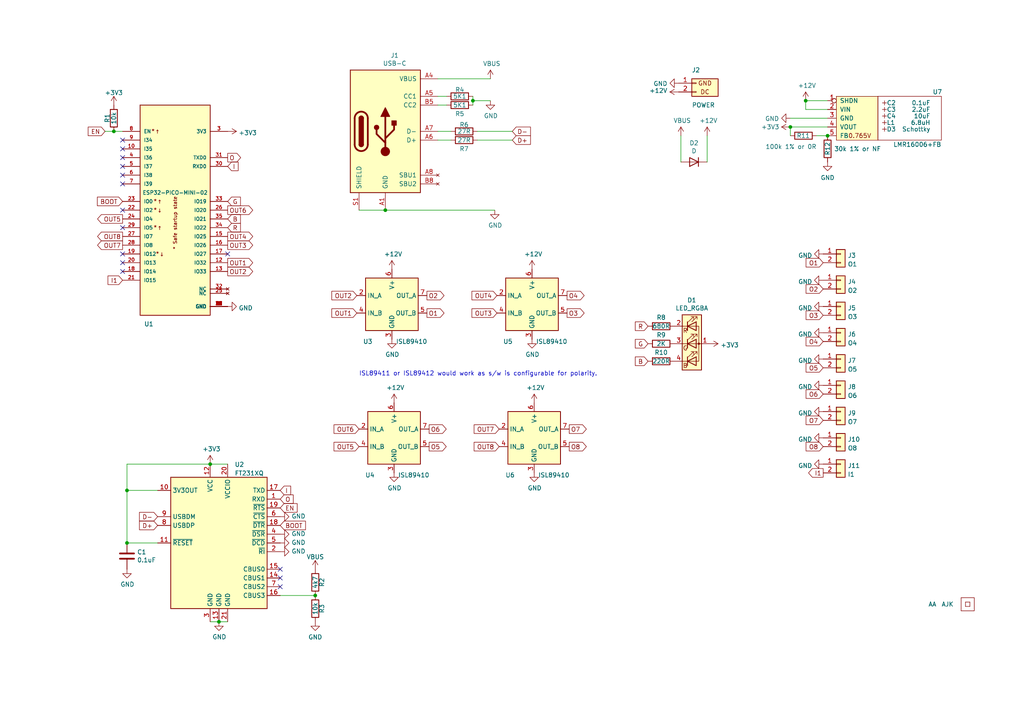
<source format=kicad_sch>
(kicad_sch (version 20211123) (generator eeschema)
  (paper "A4")
  (title_block (title "Output board (8)") (date "${DATE}") (rev "1") (company "Adrian Kennard Andrews & Arnold Ltd") (comment 1 "@TheRealRevK") (comment 2 "www.me.uk"))
  (lib_symbols
    (symbol "Connector_Generic:Conn_01x02" (pin_names (offset 1.016) hide)
      (property "Reference" "J" (at 0 2.54 0))
      (property "Value" "Conn_01x02" (at 0 -5.08 0))
      (symbol "Conn_01x02_1_1"
        (rectangle (start -1.27 -2.413) (end 0 -2.667) (stroke (width 0.1524)))
        (rectangle (start -1.27 0.127) (end 0 -0.127) (stroke (width 0.1524)))
        (rectangle (start -1.27 1.27) (end 1.27 -3.81) (stroke (width 0.254)) (fill (type background)))
        (pin passive line (at -5.08 0 0) (length 3.81) (name "Pin_1") (number "1"))
        (pin passive line (at -5.08 -2.54 0) (length 3.81) (name "Pin_2") (number "2"))
      )
    )
    (symbol "Device:C" (pin_numbers hide) (pin_names (offset 0.254))
      (property "Reference" "C" (at 0.635 2.54 0))
      (property "Value" "C" (at 0.635 -2.54 0))
      (symbol "C_0_1"
        (polyline (pts (xy -2.032 -0.762) (xy 2.032 -0.762)) (stroke (width 0.508)))
        (polyline (pts (xy -2.032 0.762) (xy 2.032 0.762)) (stroke (width 0.508)))
      )
      (symbol "C_1_1"
        (pin passive line (at 0 3.81 270) (length 2.794) (name "~") (number "1"))
        (pin passive line (at 0 -3.81 90) (length 2.794) (name "~") (number "2"))
      )
    )
    (symbol "Device:D" (pin_numbers hide) (pin_names (offset 1.016) hide)
      (property "Reference" "D" (at 0 2.54 0))
      (property "Value" "D" (at 0 -2.54 0))
      (symbol "D_0_1"
        (polyline (pts (xy -1.27 1.27) (xy -1.27 -1.27)) (stroke (width 0.254)))
        (polyline (pts (xy 1.27 0) (xy -1.27 0)))
        (polyline (pts (xy 1.27 1.27) (xy 1.27 -1.27) (xy -1.27 0) (xy 1.27 1.27)) (stroke (width 0.254)))
      )
      (symbol "D_1_1"
        (pin passive line (at -3.81 0 0) (length 2.54) (name "K") (number "1"))
        (pin passive line (at 3.81 0 180) (length 2.54) (name "A") (number "2"))
      )
    )
    (symbol "Device:LED_ARGB" (pin_names (offset 0) hide)
      (property "Reference" "D" (at 0 9.398 0))
      (property "Value" "LED_ARGB" (at 0 -8.89 0))
      (symbol "LED_ARGB_0_0"
        (text "B" (at -1.905 -6.35 0) (effects (font (size 1.27 1.27))))
        (text "G" (at -1.905 -1.27 0) (effects (font (size 1.27 1.27))))
        (text "R" (at -1.905 3.81 0) (effects (font (size 1.27 1.27))))
      )
      (symbol "LED_ARGB_0_1"
        (polyline (pts (xy -1.27 -5.08) (xy -2.54 -5.08)))
        (polyline (pts (xy -1.27 -5.08) (xy 1.27 -5.08)))
        (polyline (pts (xy -1.27 -3.81) (xy -1.27 -6.35)) (stroke (width 0.254)))
        (polyline (pts (xy -1.27 0) (xy -2.54 0)))
        (polyline (pts (xy -1.27 1.27) (xy -1.27 -1.27)) (stroke (width 0.254)))
        (polyline (pts (xy -1.27 5.08) (xy -2.54 5.08)))
        (polyline (pts (xy -1.27 5.08) (xy 1.27 5.08)))
        (polyline (pts (xy -1.27 6.35) (xy -1.27 3.81)) (stroke (width 0.254)))
        (polyline (pts (xy 1.27 0) (xy -1.27 0)))
        (polyline (pts (xy 1.27 0) (xy 2.54 0)))
        (polyline (pts (xy -1.27 1.27) (xy -1.27 -1.27) (xy -1.27 -1.27)))
        (polyline (pts (xy -1.27 6.35) (xy -1.27 3.81) (xy -1.27 3.81)))
        (polyline (pts (xy 1.27 -5.08) (xy 2.032 -5.08) (xy 2.032 5.08) (xy 1.27 5.08)))
        (polyline (pts (xy 1.27 -3.81) (xy 1.27 -6.35) (xy -1.27 -5.08) (xy 1.27 -3.81)) (stroke (width 0.254)))
        (polyline (pts (xy 1.27 1.27) (xy 1.27 -1.27) (xy -1.27 0) (xy 1.27 1.27)) (stroke (width 0.254)))
        (polyline (pts (xy 1.27 6.35) (xy 1.27 3.81) (xy -1.27 5.08) (xy 1.27 6.35)) (stroke (width 0.254)))
        (polyline (pts (xy -1.016 -3.81) (xy 0.508 -2.286) (xy -0.254 -2.286) (xy 0.508 -2.286) (xy 0.508 -3.048)))
        (polyline (pts (xy -1.016 1.27) (xy 0.508 2.794) (xy -0.254 2.794) (xy 0.508 2.794) (xy 0.508 2.032)))
        (polyline (pts (xy -1.016 6.35) (xy 0.508 7.874) (xy -0.254 7.874) (xy 0.508 7.874) (xy 0.508 7.112)))
        (polyline (pts (xy 0 -3.81) (xy 1.524 -2.286) (xy 0.762 -2.286) (xy 1.524 -2.286) (xy 1.524 -3.048)))
        (polyline (pts (xy 0 1.27) (xy 1.524 2.794) (xy 0.762 2.794) (xy 1.524 2.794) (xy 1.524 2.032)))
        (polyline (pts (xy 0 6.35) (xy 1.524 7.874) (xy 0.762 7.874) (xy 1.524 7.874) (xy 1.524 7.112)))
        (rectangle (start 1.27 -1.27) (end 1.27 1.27))
        (rectangle (start 1.27 1.27) (end 1.27 1.27))
        (rectangle (start 1.27 3.81) (end 1.27 6.35))
        (rectangle (start 1.27 6.35) (end 1.27 6.35))
        (circle (center 2.032 0) (radius 0.254) (fill (type outline)))
        (rectangle (start 2.794 8.382) (end -2.794 -7.62) (stroke (width 0.254)) (fill (type background)))
      )
      (symbol "LED_ARGB_1_1"
        (pin passive line (at 5.08 0 180) (length 2.54) (name "A") (number "1"))
        (pin passive line (at -5.08 5.08 0) (length 2.54) (name "RK") (number "2"))
        (pin passive line (at -5.08 0 0) (length 2.54) (name "GK") (number "3"))
        (pin passive line (at -5.08 -5.08 0) (length 2.54) (name "BK") (number "4"))
      )
    )
    (symbol "Device:R" (pin_numbers hide) (pin_names (offset 0))
      (property "Reference" "R" (at 2.032 0 90))
      (property "Value" "R" (at 0 0 90))
      (symbol "R_0_1"
        (rectangle (start -1.016 -2.54) (end 1.016 2.54) (stroke (width 0.254)))
      )
      (symbol "R_1_1"
        (pin passive line (at 0 3.81 270) (length 1.27) (name "~") (number "1"))
        (pin passive line (at 0 -3.81 90) (length 1.27) (name "~") (number "2"))
      )
    )
    (symbol "Driver_FET:EL7202CN"
      (property "Reference" "U" (at -7.62 8.89 0))
      (property "Value" "EL7202CN" (at 1.27 8.89 0))
      (symbol "EL7202CN_0_1"
        (rectangle (start -7.62 -7.62) (end 7.62 7.62) (stroke (width 0.254)) (fill (type background)))
      )
      (symbol "EL7202CN_1_1"
        (pin no_connect line (at -7.62 0 0) (length 2.54) hide (name "NC") (number "1"))
        (pin input line (at -10.16 2.54 0) (length 2.54) (name "IN_A") (number "2"))
        (pin power_in line (at 0 -10.16 90) (length 2.54) (name "GND") (number "3"))
        (pin input line (at -10.16 -2.54 0) (length 2.54) (name "IN_B") (number "4"))
        (pin output line (at 10.16 -2.54 180) (length 2.54) (name "OUT_B") (number "5"))
        (pin power_in line (at 0 10.16 270) (length 2.54) (name "V+") (number "6"))
        (pin output line (at 10.16 2.54 180) (length 2.54) (name "OUT_A") (number "7"))
        (pin no_connect line (at 7.62 0 180) (length 2.54) hide (name "NC") (number "8"))
      )
    )
    (symbol "RevK:AA" (pin_names (offset 1.016)) (in_bom no)
      (property "Value" "AA" (at 0 0 0))
    )
    (symbol "RevK:AJK" (pin_names (offset 1.016)) (in_bom no)
      (property "Value" "AJK" (at 0 0 0))
    )
    (symbol "RevK:ESP32-PICO-MINI-02" (pin_names (offset 1.016))
      (property "Reference" "U" (at -10.16 -33.02 0))
      (property "Value" "ESP32-PICO-MINI-02" (at 0 27.94 0))
      (symbol "ESP32-PICO-MINI-02_0_0"
        (rectangle (start -10.16 -30.48) (end 10.16 30.48) (stroke (width 0.254)) (fill (type background)))
        (text "* Safe startup state" (at 0 -11.43 900) (effects (font (size 1 1)) (justify left)))
        (text "*↑" (at -6.985 22.86 0) (effects (font (size 1.27 1.27)) (justify left)))
        (text "*↑" (at -6.35 -5.08 0) (effects (font (size 1.27 1.27)) (justify left)))
        (text "*↑" (at -6.35 2.54 0) (effects (font (size 1.27 1.27)) (justify left)))
        (text "*↓" (at -6.35 0 0) (effects (font (size 1.27 1.27)) (justify left)))
        (text "*↓" (at -5.715 -12.7 0) (effects (font (size 1.27 1.27)) (justify left)))
        (pin power_in line (at 15.24 -27.94 180) (length 5.08) (name "GND") (number "1"))
        (pin input line (at -15.24 17.78 0) (length 5.08) (name "I35") (number "10"))
        (pin power_in line (at 15.24 -27.94 180) (length 5.08) (name "GND") (number "11"))
        (pin bidirectional line (at 15.24 -15.24 180) (length 5.08) (name "IO32") (number "12"))
        (pin bidirectional line (at 15.24 -17.78 180) (length 5.08) (name "IO33") (number "13"))
        (pin power_in line (at 15.24 -27.94 180) (length 5.08) (name "GND") (number "14"))
        (pin bidirectional line (at 15.24 -7.62 180) (length 5.08) (name "IO25") (number "15"))
        (pin bidirectional line (at 15.24 -10.16 180) (length 5.08) (name "IO26") (number "16"))
        (pin bidirectional line (at 15.24 -12.7 180) (length 5.08) (name "IO27") (number "17"))
        (pin bidirectional line (at -15.24 -17.78 0) (length 5.08) (name "IO14") (number "18"))
        (pin bidirectional line (at -15.24 -12.7 0) (length 5.08) (name "IO12") (number "19"))
        (pin power_in line (at 15.24 -27.94 180) (length 5.08) (name "GND") (number "2"))
        (pin bidirectional line (at -15.24 -15.24 0) (length 5.08) (name "IO13") (number "20"))
        (pin bidirectional line (at -15.24 -20.32 0) (length 5.08) (name "IO15") (number "21"))
        (pin bidirectional line (at -15.24 0 0) (length 5.08) (name "IO2") (number "22"))
        (pin bidirectional line (at -15.24 2.54 0) (length 5.08) (name "IO0") (number "23"))
        (pin bidirectional line (at -15.24 -2.54 0) (length 5.08) (name "IO4") (number "24"))
        (pin no_connect line (at 15.24 -24.13 180) (length 5.08) (name "NC") (number "25"))
        (pin bidirectional line (at 15.24 0 180) (length 5.08) (name "IO20") (number "26"))
        (pin bidirectional line (at -15.24 -7.62 0) (length 5.08) (name "IO7") (number "27"))
        (pin bidirectional line (at -15.24 -10.16 0) (length 5.08) (name "IO8") (number "28"))
        (pin bidirectional line (at -15.24 -5.08 0) (length 5.08) (name "IO5") (number "29"))
        (pin power_in line (at 15.24 22.86 180) (length 5.08) (name "3V3") (number "3"))
        (pin bidirectional line (at 15.24 12.7 180) (length 5.08) (name "RXD0") (number "30"))
        (pin bidirectional line (at 15.24 15.24 180) (length 5.08) (name "TXD0") (number "31"))
        (pin no_connect line (at 15.24 -22.86 180) (length 5.08) (name "NC") (number "32"))
        (pin bidirectional line (at 15.24 2.54 180) (length 5.08) (name "IO19") (number "33"))
        (pin bidirectional line (at 15.24 -5.08 180) (length 5.08) (name "IO22") (number "34"))
        (pin bidirectional line (at 15.24 -2.54 180) (length 5.08) (name "IO21") (number "35"))
        (pin power_in line (at 15.24 -27.94 180) (length 5.08) (name "GND") (number "36"))
        (pin power_in line (at 15.24 -27.94 180) (length 5.08) (name "GND") (number "37"))
        (pin power_in line (at 15.24 -27.94 180) (length 5.08) (name "GND") (number "38"))
        (pin power_in line (at 15.24 -27.94 180) (length 5.08) (name "GND") (number "39"))
        (pin input line (at -15.24 15.24 0) (length 5.08) (name "I36") (number "4"))
        (pin power_in line (at 15.24 -27.94 180) (length 5.08) (name "GND") (number "40"))
        (pin power_in line (at 15.24 -27.94 180) (length 5.08) (name "GND") (number "41"))
        (pin power_in line (at 15.24 -27.94 180) (length 5.08) (name "GND") (number "42"))
        (pin power_in line (at 15.24 -27.94 180) (length 5.08) (name "GND") (number "43"))
        (pin power_in line (at 15.24 -27.94 180) (length 5.08) (name "GND") (number "44"))
        (pin power_in line (at 15.24 -27.94 180) (length 5.08) (name "GND") (number "45"))
        (pin power_in line (at 15.24 -27.94 180) (length 5.08) (name "GND") (number "46"))
        (pin power_in line (at 15.24 -27.94 180) (length 5.08) (name "GND") (number "47"))
        (pin power_in line (at 15.24 -27.94 180) (length 5.08) (name "GND") (number "48"))
        (pin power_in line (at 15.24 -27.94 180) (length 5.08) (name "GND") (number "49"))
        (pin input line (at -15.24 12.7 0) (length 5.08) (name "I37") (number "5"))
        (pin power_in line (at 15.24 -27.94 180) (length 5.08) (name "GND") (number "50"))
        (pin power_in line (at 15.24 -27.94 180) (length 5.08) (name "GND") (number "51"))
        (pin power_in line (at 15.24 -27.94 180) (length 5.08) (name "GND") (number "52"))
        (pin power_in line (at 15.24 -27.94 180) (length 5.08) (name "GND") (number "53"))
        (pin input line (at -15.24 10.16 0) (length 5.08) (name "I38") (number "6"))
        (pin input line (at -15.24 7.62 0) (length 5.08) (name "I39") (number "7"))
        (pin input line (at -15.24 22.86 0) (length 5.08) (name "EN") (number "8"))
        (pin input line (at -15.24 20.32 0) (length 5.08) (name "I34") (number "9"))
      )
    )
    (symbol "RevK:FT231XQ"
      (property "Reference" "U" (at -13.97 20.32 0))
      (property "Value" "FT231XQ" (at 6.35 20.32 0))
      (symbol "FT231XQ_0_1"
        (rectangle (start -13.97 19.05) (end 13.97 -19.05) (stroke (width 0.254)) (fill (type background)))
      )
      (symbol "FT231XQ_1_1"
        (pin input line (at 17.78 12.7 180) (length 3.81) (name "RXD") (number "1"))
        (pin passive line (at -17.78 15.24 0) (length 3.81) (name "3V3OUT") (number "10"))
        (pin input line (at -17.78 0 0) (length 3.81) (name "~{RESET}") (number "11"))
        (pin power_in line (at -2.54 22.86 270) (length 3.81) (name "VCC") (number "12"))
        (pin power_in line (at 0 -22.86 90) (length 3.81) (name "GND") (number "13"))
        (pin bidirectional line (at 17.78 -10.16 180) (length 3.81) (name "CBUS1") (number "14"))
        (pin bidirectional line (at 17.78 -7.62 180) (length 3.81) (name "CBUS0") (number "15"))
        (pin bidirectional line (at 17.78 -15.24 180) (length 3.81) (name "CBUS3") (number "16"))
        (pin output line (at 17.78 15.24 180) (length 3.81) (name "TXD") (number "17"))
        (pin output line (at 17.78 5.08 180) (length 3.81) (name "~{DTR}") (number "18"))
        (pin output line (at 17.78 10.16 180) (length 3.81) (name "~{RTS}") (number "19"))
        (pin input line (at 17.78 -2.54 180) (length 3.81) (name "~{RI}") (number "2"))
        (pin power_in line (at 2.54 22.86 270) (length 3.81) (name "VCCIO") (number "20"))
        (pin power_in line (at 2.54 -22.86 90) (length 3.81) (name "GND") (number "21"))
        (pin power_in line (at -2.54 -22.86 90) (length 3.81) (name "GND") (number "3"))
        (pin input line (at 17.78 2.54 180) (length 3.81) (name "~{DSR}") (number "4"))
        (pin input line (at 17.78 0 180) (length 3.81) (name "~{DCD}") (number "5"))
        (pin input line (at 17.78 7.62 180) (length 3.81) (name "~{CTS}") (number "6"))
        (pin bidirectional line (at 17.78 -12.7 180) (length 3.81) (name "CBUS2") (number "7"))
        (pin bidirectional line (at -17.78 5.08 0) (length 3.81) (name "USBDP") (number "8"))
        (pin bidirectional line (at -17.78 7.62 0) (length 3.81) (name "USBDM") (number "9"))
      )
    )
    (symbol "RevK:Hidden" (pin_names (offset 1.016))
      (property "Reference" "Z" (at 0.635 0 0))
      (property "Value" "Hidden" (at 4.445 0 0))
      (symbol "Hidden_0_1"
        (polyline (pts (xy -0.635 0) (xy 0.635 0)) (stroke (width 0.1524)))
        (polyline (pts (xy 0 0.635) (xy 0 -0.635)) (stroke (width 0.1524)))
      )
      (symbol "Hidden_1_1"
        (pin no_connect non_logic (at 0 -2.54 90) (length 2.54) hide (name "~") (number "~"))
      )
    )
    (symbol "RevK:LMR16006+FB" (pin_names (offset 1.016))
      (property "Reference" "U" (at 11.43 2.54 0))
      (property "Value" "LMR16006+FB" (at 7.62 -12.7 0))
      (symbol "LMR16006+FB_0_0"
        (rectangle (start 2.54 1.27) (end 14.605 -11.43) (fill (type background)))
        (text "0.765V" (at 12.7 -10.16 0) (effects (font (size 1.27 1.27)) (justify right)))
      )
      (symbol "LMR16006+FB_0_1"
        (rectangle (start 14.605 1.27) (end 33.02 -11.43))
      )
      (symbol "LMR16006+FB_1_1"
        (pin input inverted (at 0 0 0) (length 2.54) (name "SHDN") (number "1"))
        (pin power_in line (at 0 -2.54 0) (length 2.54) (name "VIN") (number "2"))
        (pin power_in line (at 0 -5.08 0) (length 2.54) (name "GND") (number "3"))
        (pin power_out line (at 0 -7.62 0) (length 2.54) (name "VOUT") (number "4"))
        (pin passive line (at 0 -10.16 0) (length 2.54) (name "FB") (number "5"))
      )
    )
    (symbol "RevK:PowerIn" (pin_names (offset 1.016) hide)
      (property "Reference" "J" (at 0 2.54 0))
      (property "Value" "PowerIn" (at 2.54 -5.08 0))
      (symbol "PowerIn_0_0"
        (text "DC" (at 2.54 -2.54 0) (effects (font (size 1.27 1.27))))
        (text "GND" (at 2.54 0 0) (effects (font (size 1.27 1.27))))
      )
      (symbol "PowerIn_1_1"
        (rectangle (start -1.27 -2.413) (end 0 -2.667) (stroke (width 0.1524)))
        (rectangle (start -1.27 0.127) (end 0 -0.127) (stroke (width 0.1524)))
        (rectangle (start -1.27 1.27) (end 6.35 -3.81) (stroke (width 0.254)) (fill (type background)))
        (pin power_in line (at -5.08 0 0) (length 3.81) (name "GND") (number "1"))
        (pin power_out line (at -5.08 -2.54 0) (length 3.81) (name "DC") (number "2"))
      )
    )
    (symbol "RevK:QR" (pin_names (offset 1.016)) (in_bom no)
      (symbol "QR_0_1"
        (rectangle (start -1.905 -1.905) (end -1.905 1.905))
        (rectangle (start -1.905 1.905) (end 1.905 1.905))
        (rectangle (start -0.635 -0.635) (end -0.635 0.635))
        (rectangle (start -0.635 0.635) (end 0.635 0.635))
        (rectangle (start 0.635 -0.635) (end -0.635 -0.635))
        (rectangle (start 0.635 0.635) (end 0.635 -0.635))
        (rectangle (start 1.905 -1.905) (end -1.905 -1.905))
        (rectangle (start 1.905 1.905) (end 1.905 -1.905))
      )
    )
    (symbol "RevK:USB-C" (pin_names (offset 1.016))
      (property "Reference" "J" (at -10.16 19.05 0))
      (property "Value" "USB-C" (at -7.62 15.24 0))
      (symbol "USB-C_0_1"
        (rectangle (start -10.16 17.78) (end 10.16 -17.78) (stroke (width 0.254)) (fill (type background)))
        (arc (start -8.89 -3.81) (mid -6.985 -5.715) (end -5.08 -3.81) (stroke (width 0.508)))
        (arc (start -7.62 -3.81) (mid -6.985 -4.445) (end -6.35 -3.81) (stroke (width 0.254)))
        (arc (start -7.62 -3.81) (mid -6.985 -4.445) (end -6.35 -3.81) (stroke (width 0.254)) (fill (type outline)))
        (rectangle (start -7.62 -3.81) (end -6.35 3.81) (stroke (width 0.254)) (fill (type outline)))
        (arc (start -6.35 3.81) (mid -6.985 4.445) (end -7.62 3.81) (stroke (width 0.254)))
        (arc (start -6.35 3.81) (mid -6.985 4.445) (end -7.62 3.81) (stroke (width 0.254)) (fill (type outline)))
        (arc (start -5.08 3.81) (mid -6.985 5.715) (end -8.89 3.81) (stroke (width 0.508)))
        (circle (center -2.54 1.143) (radius 0.635) (stroke (width 0.254)) (fill (type outline)))
        (circle (center 0 -5.842) (radius 1.27) (fill (type outline)))
        (polyline (pts (xy -8.89 -3.81) (xy -8.89 3.81)) (stroke (width 0.508)))
        (polyline (pts (xy -5.08 3.81) (xy -5.08 -3.81)) (stroke (width 0.508)))
        (polyline (pts (xy 0 -5.842) (xy 0 4.318)) (stroke (width 0.508)))
        (polyline (pts (xy 0 -3.302) (xy -2.54 -0.762) (xy -2.54 0.508)) (stroke (width 0.508)))
        (polyline (pts (xy 0 -2.032) (xy 2.54 0.508) (xy 2.54 1.778)) (stroke (width 0.508)))
        (polyline (pts (xy -1.27 4.318) (xy 0 6.858) (xy 1.27 4.318) (xy -1.27 4.318)) (stroke (width 0.254)) (fill (type outline)))
        (rectangle (start 1.905 1.778) (end 3.175 3.048) (stroke (width 0.254)) (fill (type outline)))
      )
      (symbol "USB-C_1_1"
        (pin power_out line (at 0 -22.86 90) (length 5.08) (name "GND") (number "A1"))
        (pin passive line (at 0 -22.86 90) (length 5.08) hide (name "GND") (number "A12"))
        (pin power_out line (at 15.24 15.24 180) (length 5.08) (name "VBUS") (number "A4"))
        (pin bidirectional line (at 15.24 10.16 180) (length 5.08) (name "CC1") (number "A5"))
        (pin bidirectional line (at 15.24 -2.54 180) (length 5.08) (name "D+") (number "A6"))
        (pin bidirectional line (at 15.24 0 180) (length 5.08) (name "D-") (number "A7"))
        (pin no_connect line (at 15.24 -12.7 180) (length 5.08) (name "SBU1") (number "A8"))
        (pin passive line (at 15.24 15.24 180) (length 5.08) hide (name "VBUS") (number "A9"))
        (pin passive line (at 0 -22.86 90) (length 5.08) hide (name "GND") (number "B1"))
        (pin passive line (at 0 -22.86 90) (length 5.08) hide (name "GND") (number "B12"))
        (pin passive line (at 15.24 15.24 180) (length 5.08) hide (name "VBUS") (number "B4"))
        (pin bidirectional line (at 15.24 7.62 180) (length 5.08) (name "CC2") (number "B5"))
        (pin bidirectional line (at 15.24 -2.54 180) (length 5.08) hide (name "D+") (number "B6"))
        (pin bidirectional line (at 15.24 0 180) (length 5.08) hide (name "D-") (number "B7"))
        (pin no_connect line (at 15.24 -15.24 180) (length 5.08) (name "SBU2") (number "B8"))
        (pin passive line (at 15.24 15.24 180) (length 5.08) hide (name "VBUS") (number "B9"))
        (pin passive line (at -7.62 -22.86 90) (length 5.08) (name "SHIELD") (number "S1"))
      )
    )
    (symbol "power:+12V" (power) (pin_names (offset 0))
      (property "Value" "+12V" (at 0 3.556 0))
      (symbol "+12V_0_1"
        (polyline (pts (xy -0.762 1.27) (xy 0 2.54)))
        (polyline (pts (xy 0 0) (xy 0 2.54)))
        (polyline (pts (xy 0 2.54) (xy 0.762 1.27)))
      )
      (symbol "+12V_1_1"
        (pin power_in line (at 0 0 90) (length 0) hide (name "+12V") (number "1"))
      )
    )
    (symbol "power:+3.3V" (power) (pin_names (offset 0))
      (property "Value" "+3.3V" (at 0 3.556 0))
      (symbol "+3.3V_0_1"
        (polyline (pts (xy -0.762 1.27) (xy 0 2.54)))
        (polyline (pts (xy 0 0) (xy 0 2.54)))
        (polyline (pts (xy 0 2.54) (xy 0.762 1.27)))
      )
      (symbol "+3.3V_1_1"
        (pin power_in line (at 0 0 90) (length 0) hide (name "+3V3") (number "1"))
      )
    )
    (symbol "power:GND" (power) (pin_names (offset 0))
      (property "Value" "GND" (at 0 -3.81 0))
      (symbol "GND_0_1"
        (polyline (pts (xy 0 0) (xy 0 -1.27) (xy 1.27 -1.27) (xy 0 -2.54) (xy -1.27 -1.27) (xy 0 -1.27)))
      )
      (symbol "GND_1_1"
        (pin power_in line (at 0 0 270) (length 0) hide (name "GND") (number "1"))
      )
    )
    (symbol "power:VBUS" (power) (pin_names (offset 0))
      (property "Value" "VBUS" (at 0 3.81 0))
      (symbol "VBUS_0_1"
        (polyline (pts (xy -0.762 1.27) (xy 0 2.54)))
        (polyline (pts (xy 0 0) (xy 0 2.54)))
        (polyline (pts (xy 0 2.54) (xy 0.762 1.27)))
      )
      (symbol "VBUS_1_1"
        (pin power_in line (at 0 0 90) (length 0) hide (name "VBUS") (number "1"))
      )
    )
  )
  (junction (at 111.76 60.96))
  (junction (at 240.03 39.37))
  (junction (at 36.83 157.48))
  (junction (at 36.83 142.24))
  (junction (at 63.5 180.34))
  (junction (at 60.96 134.62))
  (junction (at 233.68 29.21))
  (junction (at 91.44 172.72))
  (junction (at 229.235 36.83))
  (junction (at 33.02 38.1))
  (junction (at 137.16 29.21))
  (no_connect (at 81.28 165.1))
  (no_connect (at 81.28 170.18))
  (no_connect (at 35.56 66.04))
  (no_connect (at 35.56 60.96))
  (no_connect (at 35.56 73.66))
  (no_connect (at 35.56 53.34))
  (no_connect (at 35.56 48.26))
  (no_connect (at 35.56 45.72))
  (no_connect (at 35.56 50.8))
  (no_connect (at 35.56 40.64))
  (no_connect (at 35.56 43.18))
  (no_connect (at 81.28 167.64))
  (no_connect (at 66.04 73.66))
  (no_connect (at 35.56 76.2))
  (no_connect (at 35.56 78.74))
  (wire (pts (xy 127 30.48) (xy 129.54 30.48)))
  (wire (pts (xy 233.68 29.21) (xy 233.68 31.75)))
  (wire (pts (xy 229.235 34.29) (xy 240.03 34.29)))
  (wire (pts (xy 81.28 172.72) (xy 91.44 172.72)))
  (wire (pts (xy 137.16 29.21) (xy 137.16 30.48)))
  (wire (pts (xy 33.02 38.1) (xy 35.56 38.1)))
  (wire (pts (xy 205.105 46.99) (xy 205.105 39.37)))
  (wire (pts (xy 45.72 157.48) (xy 36.83 157.48)))
  (wire (pts (xy 60.96 180.34) (xy 63.5 180.34)))
  (wire (pts (xy 137.16 27.94) (xy 137.16 29.21)))
  (wire (pts (xy 36.83 134.62) (xy 60.96 134.62)))
  (wire (pts (xy 30.48 38.1) (xy 33.02 38.1)))
  (wire (pts (xy 229.235 36.83) (xy 240.03 36.83)))
  (wire (pts (xy 233.68 31.75) (xy 240.03 31.75)))
  (wire (pts (xy 63.5 180.34) (xy 66.04 180.34)))
  (wire (pts (xy 229.235 36.83) (xy 229.235 39.37)))
  (wire (pts (xy 104.14 60.96) (xy 111.76 60.96)))
  (wire (pts (xy 36.83 142.24) (xy 45.72 142.24)))
  (wire (pts (xy 127 22.86) (xy 142.24 22.86)))
  (wire (pts (xy 36.83 157.48) (xy 36.83 142.24)))
  (wire (pts (xy 197.485 46.99) (xy 197.485 39.37)))
  (wire (pts (xy 138.43 40.64) (xy 148.59 40.64)))
  (wire (pts (xy 111.76 60.96) (xy 143.51 60.96)))
  (wire (pts (xy 127 40.64) (xy 130.81 40.64)))
  (wire (pts (xy 127 38.1) (xy 130.81 38.1)))
  (wire (pts (xy 142.24 29.21) (xy 137.16 29.21)))
  (wire (pts (xy 233.68 29.21) (xy 240.03 29.21)))
  (wire (pts (xy 36.83 142.24) (xy 36.83 134.62)))
  (wire (pts (xy 66.04 134.62) (xy 60.96 134.62)))
  (wire (pts (xy 138.43 38.1) (xy 148.59 38.1)))
  (wire (pts (xy 127 27.94) (xy 129.54 27.94)))
  (wire (pts (xy 236.855 39.37) (xy 240.03 39.37)))
  (text "ISL89411 or ISL89412 would work as s/w is configurable for polarity." (at 104.14 109.22 0) (effects (font (size 1.27 1.27)) (justify left bottom)))
  (global_label "OUT8" (shape output) (at 35.56 68.58 180) (property "Intersheet References" "${INTERSHEET_REFS}" (effects hide)))
  (global_label "OUT7" (shape input) (at 144.78 124.46 180) (property "Intersheet References" "${INTERSHEET_REFS}" (effects hide)))
  (global_label "O5" (shape input) (at 238.76 106.68 180) (property "Intersheet References" "${INTERSHEET_REFS}" (effects hide)))
  (global_label "O6" (shape input) (at 238.76 114.3 180) (property "Intersheet References" "${INTERSHEET_REFS}" (effects hide)))
  (global_label "OUT1" (shape input) (at 103.505 90.805 180) (property "Intersheet References" "${INTERSHEET_REFS}" (effects hide)))
  (global_label "R" (shape input) (at 66.04 66.04 0) (property "Intersheet References" "${INTERSHEET_REFS}" (effects hide)))
  (global_label "B" (shape input) (at 187.96 104.775 180) (property "Intersheet References" "${INTERSHEET_REFS}" (effects hide)))
  (global_label "I" (shape input) (at 66.04 48.26 0) (property "Intersheet References" "${INTERSHEET_REFS}" (effects hide)))
  (global_label "OUT5" (shape input) (at 104.14 129.54 180) (property "Intersheet References" "${INTERSHEET_REFS}" (effects hide)))
  (global_label "EN" (shape input) (at 30.48 38.1 180) (property "Intersheet References" "${INTERSHEET_REFS}" (effects hide)))
  (global_label "O5" (shape output) (at 124.46 129.54 0) (property "Intersheet References" "${INTERSHEET_REFS}" (effects hide)))
  (global_label "O6" (shape output) (at 124.46 124.46 0) (property "Intersheet References" "${INTERSHEET_REFS}" (effects hide)))
  (global_label "B" (shape input) (at 66.04 63.5 0) (property "Intersheet References" "${INTERSHEET_REFS}" (effects hide)))
  (global_label "EN" (shape input) (at 81.28 147.32 0) (property "Intersheet References" "${INTERSHEET_REFS}" (effects hide)))
  (global_label "G" (shape input) (at 187.96 99.695 180) (property "Intersheet References" "${INTERSHEET_REFS}" (effects hide)))
  (global_label "OUT3" (shape output) (at 66.04 71.12 0) (property "Intersheet References" "${INTERSHEET_REFS}" (effects hide)))
  (global_label "OUT8" (shape input) (at 144.78 129.54 180) (property "Intersheet References" "${INTERSHEET_REFS}" (effects hide)))
  (global_label "OUT3" (shape input) (at 144.145 90.805 180) (property "Intersheet References" "${INTERSHEET_REFS}" (effects hide)))
  (global_label "OUT2" (shape input) (at 103.505 85.725 180) (property "Intersheet References" "${INTERSHEET_REFS}" (effects hide)))
  (global_label "O7" (shape output) (at 165.1 124.46 0) (property "Intersheet References" "${INTERSHEET_REFS}" (effects hide)))
  (global_label "O3" (shape output) (at 164.465 90.805 0) (property "Intersheet References" "${INTERSHEET_REFS}" (effects hide)))
  (global_label "D-" (shape input) (at 45.72 149.86 180) (property "Intersheet References" "${INTERSHEET_REFS}" (effects hide)))
  (global_label "I1" (shape output) (at 238.76 137.16 180) (property "Intersheet References" "${INTERSHEET_REFS}" (effects hide)))
  (global_label "O7" (shape input) (at 238.76 121.92 180) (property "Intersheet References" "${INTERSHEET_REFS}" (effects hide)))
  (global_label "D+" (shape input) (at 45.72 152.4 180) (property "Intersheet References" "${INTERSHEET_REFS}" (effects hide)))
  (global_label "O" (shape output) (at 66.04 45.72 0) (property "Intersheet References" "${INTERSHEET_REFS}" (effects hide)))
  (global_label "I1" (shape input) (at 35.56 81.28 180) (property "Intersheet References" "${INTERSHEET_REFS}" (effects hide)))
  (global_label "D+" (shape input) (at 148.59 40.64 0) (property "Intersheet References" "${INTERSHEET_REFS}" (effects hide)))
  (global_label "OUT6" (shape input) (at 104.14 124.46 180) (property "Intersheet References" "${INTERSHEET_REFS}" (effects hide)))
  (global_label "O8" (shape input) (at 238.76 129.54 180) (property "Intersheet References" "${INTERSHEET_REFS}" (effects hide)))
  (global_label "OUT2" (shape output) (at 66.04 78.74 0) (property "Intersheet References" "${INTERSHEET_REFS}" (effects hide)))
  (global_label "D-" (shape input) (at 148.59 38.1 0) (property "Intersheet References" "${INTERSHEET_REFS}" (effects hide)))
  (global_label "O1" (shape input) (at 238.76 76.2 180) (property "Intersheet References" "${INTERSHEET_REFS}" (effects hide)))
  (global_label "G" (shape input) (at 66.04 58.42 0) (property "Intersheet References" "${INTERSHEET_REFS}" (effects hide)))
  (global_label "OUT6" (shape output) (at 66.04 60.96 0) (property "Intersheet References" "${INTERSHEET_REFS}" (effects hide)))
  (global_label "OUT1" (shape output) (at 66.04 76.2 0) (property "Intersheet References" "${INTERSHEET_REFS}" (effects hide)))
  (global_label "O4" (shape input) (at 238.76 99.06 180) (property "Intersheet References" "${INTERSHEET_REFS}" (effects hide)))
  (global_label "BOOT" (shape input) (at 81.28 152.4 0) (property "Intersheet References" "${INTERSHEET_REFS}" (effects hide)))
  (global_label "OUT4" (shape output) (at 66.04 68.58 0) (property "Intersheet References" "${INTERSHEET_REFS}" (effects hide)))
  (global_label "O" (shape input) (at 81.28 144.78 0) (property "Intersheet References" "${INTERSHEET_REFS}" (effects hide)))
  (global_label "O3" (shape input) (at 238.76 91.44 180) (property "Intersheet References" "${INTERSHEET_REFS}" (effects hide)))
  (global_label "OUT4" (shape input) (at 144.145 85.725 180) (property "Intersheet References" "${INTERSHEET_REFS}" (effects hide)))
  (global_label "O4" (shape output) (at 164.465 85.725 0) (property "Intersheet References" "${INTERSHEET_REFS}" (effects hide)))
  (global_label "BOOT" (shape input) (at 35.56 58.42 180) (property "Intersheet References" "${INTERSHEET_REFS}" (effects hide)))
  (global_label "R" (shape input) (at 187.96 94.615 180) (property "Intersheet References" "${INTERSHEET_REFS}" (effects hide)))
  (global_label "O2" (shape input) (at 238.76 83.82 180) (property "Intersheet References" "${INTERSHEET_REFS}" (effects hide)))
  (global_label "O2" (shape output) (at 123.825 85.725 0) (property "Intersheet References" "${INTERSHEET_REFS}" (effects hide)))
  (global_label "O8" (shape output) (at 165.1 129.54 0) (property "Intersheet References" "${INTERSHEET_REFS}" (effects hide)))
  (global_label "OUT5" (shape output) (at 35.56 63.5 180) (property "Intersheet References" "${INTERSHEET_REFS}" (effects hide)))
  (global_label "I" (shape input) (at 81.28 142.24 0) (property "Intersheet References" "${INTERSHEET_REFS}" (effects hide)))
  (global_label "OUT7" (shape output) (at 35.56 71.12 180) (property "Intersheet References" "${INTERSHEET_REFS}" (effects hide)))
  (global_label "O1" (shape output) (at 123.825 90.805 0) (property "Intersheet References" "${INTERSHEET_REFS}" (effects hide)))
  (symbol (lib_id "RevK:USB-C") (at 111.76 38.1 0) (unit 1)
    (property "Reference" "J1" (at 114.4778 16.0782 0))
    (property "Value" "USB-C" (at 114.4778 18.3896 0))
    (property "Footprint" "RevK:USC16-TR-Round" (effects hide))
    (property "Datasheet" "https://www.usb.org/sites/default/files/documents/usb_type-c.zip" (effects hide))
  )
  (symbol (lib_id "Device:R") (at 133.35 27.94 90) (unit 1)
    (property "Reference" "R4" (at 133.35 26.035 90))
    (property "Value" "5K1" (at 133.35 27.94 90))
    (property "Footprint" "RevK:R_0603" (effects hide))
  )
  (symbol (lib_id "power:VBUS") (at 142.24 22.86 0) (unit 1)
    (property "Reference" "#PWR017" (effects hide))
    (property "Value" "VBUS" (at 142.621 18.4658 0))
  )
  (symbol (lib_id "power:GND") (at 142.24 29.21 0) (unit 1)
    (property "Reference" "#PWR018" (effects hide))
    (property "Value" "GND" (at 142.367 33.6042 0))
  )
  (symbol (lib_id "power:GND") (at 143.51 60.96 0) (unit 1)
    (property "Reference" "#PWR019" (effects hide))
    (property "Value" "GND" (at 143.637 65.3542 0))
  )
  (symbol (lib_id "Device:R") (at 133.35 30.48 270) (unit 1)
    (property "Reference" "R5" (at 133.35 33.02 90))
    (property "Value" "5K1" (at 133.35 30.48 90))
    (property "Footprint" "RevK:R_0603" (effects hide))
  )
  (symbol (lib_id "RevK:AJK") (at 266.7 175.26 0) (unit 1)
    (property "Reference" "AJK1" (effects hide))
    (property "Value" "AJK" (at 273.05 175.26 0) (effects (justify left)))
    (property "Footprint" "RevK:AJK" (effects hide))
    (property "Note" "Non part, PCB printed" (effects hide))
  )
  (symbol (lib_id "RevK:PowerIn") (at 201.93 24.13 0) (unit 1)
    (property "Reference" "J2" (at 200.66 20.32 0) (effects (justify left)))
    (property "Value" "POWER" (at 200.66 30.48 0) (effects (justify left)))
    (property "Footprint" "RevK:Molex_MiniSPOX_H2RA" (effects hide))
  )
  (symbol (lib_id "power:GND") (at 196.85 24.13 270) (unit 1)
    (property "Reference" "#PWR024" (effects hide))
    (property "Value" "GND" (at 193.5988 24.257 90) (effects (justify right)))
  )
  (symbol (lib_id "Device:R") (at 191.77 104.775 270) (unit 1)
    (property "Reference" "R10" (at 191.77 102.235 90))
    (property "Value" "220R" (at 191.77 104.775 90))
    (property "Footprint" "RevK:R_0603" (effects hide))
  )
  (symbol (lib_id "power:+3.3V") (at 205.74 99.695 270) (unit 1)
    (property "Reference" "#PWR028" (effects hide))
    (property "Value" "+3.3V" (at 208.9912 100.076 90) (effects (justify left)))
  )
  (symbol (lib_id "power:GND") (at 63.5 180.34 0) (unit 1)
    (property "Reference" "#PWR04" (effects hide))
    (property "Value" "GND" (at 63.627 184.7342 0))
  )
  (symbol (lib_id "power:+3.3V") (at 60.96 134.62 0) (unit 1)
    (property "Reference" "#PWR03" (effects hide))
    (property "Value" "+3.3V" (at 61.341 130.2258 0))
  )
  (symbol (lib_id "power:GND") (at 81.28 149.86 90) (unit 1)
    (property "Reference" "#PWR07" (effects hide))
    (property "Value" "GND" (at 84.5312 149.733 90) (effects (justify right)))
  )
  (symbol (lib_id "power:GND") (at 81.28 154.94 90) (unit 1)
    (property "Reference" "#PWR08" (effects hide))
    (property "Value" "GND" (at 84.5312 154.813 90) (effects (justify right)))
  )
  (symbol (lib_id "power:GND") (at 81.28 157.48 90) (unit 1)
    (property "Reference" "#PWR09" (effects hide))
    (property "Value" "GND" (at 84.5312 157.353 90) (effects (justify right)))
  )
  (symbol (lib_id "power:GND") (at 81.28 160.02 90) (unit 1)
    (property "Reference" "#PWR010" (effects hide))
    (property "Value" "GND" (at 84.5312 159.893 90) (effects (justify right)))
  )
  (symbol (lib_id "power:+12V") (at 196.85 26.67 90) (unit 1)
    (property "Reference" "#PWR025" (effects hide))
    (property "Value" "+12V" (at 193.5988 26.289 90) (effects (justify left)))
  )
  (symbol (lib_id "power:+12V") (at 205.105 39.37 0) (unit 1)
    (property "Reference" "#PWR027" (effects hide))
    (property "Value" "+12V" (at 205.486 34.9758 0))
  )
  (symbol (lib_id "Device:D") (at 201.295 46.99 180) (unit 1)
    (property "Reference" "D2" (at 201.295 41.4782 0))
    (property "Value" "D" (at 201.295 43.7896 0))
    (property "Footprint" "RevK:D_1206" (effects hide))
  )
  (symbol (lib_id "power:VBUS") (at 197.485 39.37 0) (unit 1)
    (property "Reference" "#PWR026" (effects hide))
    (property "Value" "VBUS" (at 197.866 34.9758 0))
  )
  (symbol (lib_id "Device:C") (at 36.83 161.29 0) (unit 1)
    (property "Reference" "C1" (at 39.751 160.1216 0) (effects (justify left)))
    (property "Value" "0.1uF" (at 39.751 162.433 0) (effects (justify left)))
    (property "Footprint" "RevK:C_0603" (effects hide))
  )
  (symbol (lib_id "power:GND") (at 36.83 165.1 0) (unit 1)
    (property "Reference" "#PWR02" (effects hide))
    (property "Value" "GND" (at 36.957 169.4942 0))
  )
  (symbol (lib_id "RevK:AA") (at 269.24 175.26 0) (unit 1)
    (property "Reference" "U8" (effects hide))
    (property "Value" "AA" (at 269.24 175.26 0) (effects (justify left)))
    (property "Footprint" "RevK:AA" (effects hide))
    (property "Note" "Non part, PCB printed" (effects hide))
  )
  (symbol (lib_id "power:GND") (at 113.665 98.425 0) (unit 1)
    (property "Reference" "#PWR014" (effects hide))
    (property "Value" "GND" (at 113.792 102.8192 0))
  )
  (symbol (lib_id "power:+12V") (at 113.665 78.105 0) (unit 1)
    (property "Reference" "#PWR013" (effects hide))
    (property "Value" "+12V" (at 114.046 73.7108 0))
  )
  (symbol (lib_id "RevK:QR") (at 280.67 175.26 0) (unit 1) (in_bom no)
    (property "Reference" "U9" (effects hide))
    (property "Value" "QR" (effects hide))
    (property "Footprint" "RevK:QR-SS" (effects hide))
    (property "Note" "Non part, PCB printed" (effects hide))
  )
  (symbol (lib_id "power:GND") (at 154.305 98.425 0) (unit 1)
    (property "Reference" "#PWR021" (effects hide))
    (property "Value" "GND" (at 154.432 102.8192 0))
  )
  (symbol (lib_id "power:+12V") (at 154.305 78.105 0) (unit 1)
    (property "Reference" "#PWR020" (effects hide))
    (property "Value" "+12V" (at 154.686 73.7108 0))
  )
  (symbol (lib_id "Driver_FET:EL7202CN") (at 113.665 88.265 0) (unit 1)
    (property "Reference" "U3" (at 106.68 99.06 0))
    (property "Value" "ISL89410" (at 119.38 99.06 0))
    (property "Footprint" "Package_SO:SO-8_3.9x4.9mm_P1.27mm" (effects hide))
    (property "Datasheet" "http://www.intersil.com/content/dam/Intersil/documents/el72/el7202-12-22.pdf" (effects hide))
  )
  (symbol (lib_id "Driver_FET:EL7202CN") (at 154.305 88.265 0) (unit 1)
    (property "Reference" "U5" (at 147.32 99.06 0))
    (property "Value" "ISL89410" (at 160.02 99.06 0))
    (property "Footprint" "Package_SO:SO-8_3.9x4.9mm_P1.27mm" (effects hide))
    (property "Datasheet" "http://www.intersil.com/content/dam/Intersil/documents/el72/el7202-12-22.pdf" (effects hide))
  )
  (symbol (lib_id "Device:LED_ARGB") (at 200.66 99.695 0) (unit 1)
    (property "Reference" "D1" (at 200.66 87.0712 0))
    (property "Value" "LED_RGBA" (at 200.66 89.3826 0))
    (property "Footprint" "RevK:LED-RGB-1.6x1.6" (effects hide))
  )
  (symbol (lib_id "Device:R") (at 191.77 99.695 270) (unit 1)
    (property "Reference" "R9" (at 191.77 97.155 90))
    (property "Value" "2K" (at 191.77 99.695 90))
    (property "Footprint" "RevK:R_0603" (effects hide))
  )
  (symbol (lib_id "Device:R") (at 191.77 94.615 270) (unit 1)
    (property "Reference" "R8" (at 191.77 92.075 90))
    (property "Value" "680R" (at 191.77 94.615 90))
    (property "Footprint" "RevK:R_0603" (effects hide))
  )
  (symbol (lib_id "RevK:Hidden") (at 256.54 29.845 0) (unit 1)
    (property "Reference" "C2" (at 257.175 29.845 0) (effects (justify left)))
    (property "Value" "0.1uF" (at 269.875 29.845 0) (effects (justify right)))
    (property "Footprint" "RevK:Hidden" (effects hide))
    (property "Note" "X7R or X5R 0603" (effects hide))
  )
  (symbol (lib_id "RevK:Hidden") (at 256.54 31.75 0) (unit 1)
    (property "Reference" "C3" (at 257.175 31.75 0) (effects (justify left)))
    (property "Value" "2.2uF" (at 269.875 31.75 0) (effects (justify right)))
    (property "Footprint" "RevK:Hidden" (effects hide))
    (property "Note" "0603 or 0805" (effects hide))
  )
  (symbol (lib_id "RevK:Hidden") (at 256.54 33.655 0) (unit 1)
    (property "Reference" "C4" (at 257.175 33.655 0) (effects (justify left)))
    (property "Value" "10uF" (at 269.875 33.655 0) (effects (justify right)))
    (property "Footprint" "RevK:Hidden" (effects hide))
    (property "Note" "0603 or 0805" (effects hide))
  )
  (symbol (lib_id "RevK:Hidden") (at 256.54 35.56 0) (unit 1)
    (property "Reference" "L1" (at 257.175 35.56 0) (effects (justify left)))
    (property "Value" "6.8uH" (at 269.875 35.56 0) (effects (justify right)))
    (property "Footprint" "RevK:Hidden" (effects hide))
    (property "Datasheet" "https://www.mouser.co.uk/datasheet/2/987/Laird_Performance_TYA4020_series__Rev_A_-1877538.pdf" (effects hide))
    (property "Manufacturer" "Laird" (effects hide))
    (property "Part No" "TYA4020" (effects hide))
  )
  (symbol (lib_id "RevK:Hidden") (at 256.54 37.465 0) (unit 1)
    (property "Reference" "D3" (at 257.175 37.465 0) (effects (justify left)))
    (property "Value" "Schottky" (at 269.875 37.465 0) (effects (justify right)))
    (property "Footprint" "RevK:Hidden" (effects hide))
    (property "Datasheet" "https://www.mouser.co.uk/datasheet/2/54/CD1206-B220_B2100-777245.pdf" (effects hide))
    (property "Manufacturer" "Bourns" (effects hide))
    (property "Part No" "CD1206-B2100" (effects hide))
  )
  (symbol (lib_id "power:GND") (at 240.03 46.99 0) (unit 1)
    (property "Reference" "#PWR041" (effects hide))
    (property "Value" "GND" (at 240.03 51.5525 0))
  )
  (symbol (lib_id "Connector_Generic:Conn_01x02") (at 243.84 111.76 0) (unit 1)
    (property "Reference" "J8" (at 245.872 112.1953 0) (effects (justify left)))
    (property "Value" "O6" (at 245.872 114.7322 0) (effects (justify left)))
    (property "Footprint" "RevK:Molex_MiniSPOX_H2RA" (effects hide))
  )
  (symbol (lib_id "power:+3.3V") (at 33.02 30.48 0) (unit 1)
    (property "Reference" "#PWR01" (effects hide))
    (property "Value" "+3.3V" (at 33.02 26.9042 0))
  )
  (symbol (lib_id "power:VBUS") (at 91.44 165.1 0) (unit 1)
    (property "Reference" "#PWR011" (effects hide))
    (property "Value" "VBUS" (at 91.44 161.5242 0))
  )
  (symbol (lib_id "Device:R") (at 33.02 34.29 180) (unit 1)
    (property "Reference" "R1" (at 31.115 34.29 90))
    (property "Value" "10k" (at 33.02 34.29 90))
    (property "Footprint" "RevK:R_0603" (effects hide))
  )
  (symbol (lib_id "power:GND") (at 154.94 137.16 0) (unit 1)
    (property "Reference" "#PWR023" (effects hide))
    (property "Value" "GND" (at 155.067 141.5542 0))
  )
  (symbol (lib_id "power:GND") (at 238.76 111.76 270) (unit 1)
    (property "Reference" "#PWR037" (effects hide))
    (property "Value" "GND" (at 235.5851 112.1938 90) (effects (justify right)))
  )
  (symbol (lib_id "Connector_Generic:Conn_01x02") (at 243.84 104.14 0) (unit 1)
    (property "Reference" "J7" (at 245.872 104.5753 0) (effects (justify left)))
    (property "Value" "O5" (at 245.872 107.1122 0) (effects (justify left)))
    (property "Footprint" "RevK:Molex_MiniSPOX_H2RA" (effects hide))
  )
  (symbol (lib_id "Connector_Generic:Conn_01x02") (at 243.84 81.28 0) (unit 1)
    (property "Reference" "J4" (at 245.872 81.7153 0) (effects (justify left)))
    (property "Value" "O2" (at 245.872 84.2522 0) (effects (justify left)))
    (property "Footprint" "RevK:Molex_MiniSPOX_H2RA" (effects hide))
  )
  (symbol (lib_id "power:GND") (at 66.04 88.9 90) (unit 1)
    (property "Reference" "#PWR06" (effects hide))
    (property "Value" "GND" (at 69.215 89.3338 90) (effects (justify right)))
  )
  (symbol (lib_id "power:GND") (at 238.76 96.52 270) (unit 1)
    (property "Reference" "#PWR035" (effects hide))
    (property "Value" "GND" (at 235.5851 96.9538 90) (effects (justify right)))
  )
  (symbol (lib_id "Device:R") (at 240.03 43.18 180) (unit 1)
    (property "Reference" "R12" (at 240.03 45.085 90) (effects (justify right)))
    (property "Value" "30k 1% or NF" (at 241.935 43.18 0) (effects (justify right)))
    (property "Footprint" "RevK:R_0603" (effects hide))
  )
  (symbol (lib_id "power:GND") (at 238.76 88.9 270) (unit 1)
    (property "Reference" "#PWR034" (effects hide))
    (property "Value" "GND" (at 235.5851 89.3338 90) (effects (justify right)))
  )
  (symbol (lib_id "Connector_Generic:Conn_01x02") (at 243.84 134.62 0) (unit 1)
    (property "Reference" "J11" (at 245.872 135.0553 0) (effects (justify left)))
    (property "Value" "I1" (at 245.872 137.5922 0) (effects (justify left)))
    (property "Footprint" "RevK:Molex_MiniSPOX_H2RA" (effects hide))
  )
  (symbol (lib_id "Device:R") (at 134.62 40.64 270) (unit 1)
    (property "Reference" "R7" (at 134.62 43.18 90))
    (property "Value" "27R" (at 134.62 40.64 90))
    (property "Footprint" "RevK:R_0603" (effects hide))
  )
  (symbol (lib_id "Device:R") (at 134.62 38.1 90) (unit 1)
    (property "Reference" "R6" (at 134.62 36.195 90))
    (property "Value" "27R" (at 134.62 38.1 90))
    (property "Footprint" "RevK:R_0603" (effects hide))
  )
  (symbol (lib_id "Device:R") (at 91.44 176.53 0) (unit 1)
    (property "Reference" "R3" (at 93.345 176.53 90))
    (property "Value" "10k" (at 91.44 176.53 90))
    (property "Footprint" "RevK:R_0603" (effects hide))
  )
  (symbol (lib_id "power:GND") (at 229.235 34.29 270) (unit 1)
    (property "Reference" "#PWR029" (effects hide))
    (property "Value" "GND" (at 225.9838 34.417 90) (effects (justify right)))
  )
  (symbol (lib_id "RevK:ESP32-PICO-MINI-02") (at 50.8 60.96 0) (unit 1)
    (property "Reference" "U1" (at 43.18 93.98 0))
    (property "Value" "ESP32-PICO-MINI-02" (at 50.8 55.88 0) (effects (font (size 1.1 1.1))))
    (property "Footprint" "RevK:ESP32-PICO-MINI-02" (effects hide))
    (property "MANUFACTURER" "Espressif" (effects hide))
    (property "MAXIMUM_PACKAGE_HEIGHT" "2.55mm" (effects hide))
    (property "PARTREV" "v1.0" (effects hide))
    (property "STANDARD" "Manufacturer Recommendations" (effects hide))
  )
  (symbol (lib_id "RevK:LMR16006+FB") (at 240.03 29.21 0) (unit 1)
    (property "Reference" "U7" (at 270.51 26.67 0) (effects (justify left)))
    (property "Value" "LMR16006+FB" (at 259.08 41.91 0) (effects (justify left)))
    (property "Footprint" "RevK:RegulatorBlockFB" (effects hide))
    (property "Manufacturer" "TI" (effects hide))
    (property "Part No" "LMR16006YQ3" (effects hide))
  )
  (symbol (lib_id "power:GND") (at 238.76 119.38 270) (unit 1)
    (property "Reference" "#PWR038" (effects hide))
    (property "Value" "GND" (at 235.5851 119.8138 90) (effects (justify right)))
  )
  (symbol (lib_id "RevK:FT231XQ") (at 63.5 157.48 0) (unit 1)
    (property "Reference" "U2" (at 68.0594 134.7302 0) (effects (justify left)))
    (property "Value" "FT231XQ" (at 68.0594 137.2671 0) (effects (justify left)))
    (property "Footprint" "RevK:QFN-20-1EP_4x4mm_P0.5mm_EP2.5x2.5mm" (effects hide))
    (property "Datasheet" "https://www.ftdichip.com/Support/Documents/DataSheets/ICs/DS_FT231X.pdf" (effects hide))
  )
  (symbol (lib_id "Connector_Generic:Conn_01x02") (at 243.84 127 0) (unit 1)
    (property "Reference" "J10" (at 245.872 127.4353 0) (effects (justify left)))
    (property "Value" "O8" (at 245.872 129.9722 0) (effects (justify left)))
    (property "Footprint" "RevK:Molex_MiniSPOX_H2RA" (effects hide))
  )
  (symbol (lib_id "power:GND") (at 91.44 180.34 0) (unit 1)
    (property "Reference" "#PWR012" (effects hide))
    (property "Value" "GND" (at 91.44 184.7834 0))
  )
  (symbol (lib_id "Connector_Generic:Conn_01x02") (at 243.84 119.38 0) (unit 1)
    (property "Reference" "J9" (at 245.872 119.8153 0) (effects (justify left)))
    (property "Value" "O7" (at 245.872 122.3522 0) (effects (justify left)))
    (property "Footprint" "RevK:Molex_MiniSPOX_H2RA" (effects hide))
  )
  (symbol (lib_id "Driver_FET:EL7202CN") (at 154.94 127 0) (unit 1)
    (property "Reference" "U6" (at 147.955 137.795 0))
    (property "Value" "ISL89410" (at 160.655 137.795 0))
    (property "Footprint" "Package_SO:SO-8_3.9x4.9mm_P1.27mm" (effects hide))
    (property "Datasheet" "http://www.intersil.com/content/dam/Intersil/documents/el72/el7202-12-22.pdf" (effects hide))
  )
  (symbol (lib_id "power:GND") (at 114.3 137.16 0) (unit 1)
    (property "Reference" "#PWR016" (effects hide))
    (property "Value" "GND" (at 114.427 141.5542 0))
  )
  (symbol (lib_id "power:GND") (at 238.76 104.14 270) (unit 1)
    (property "Reference" "#PWR036" (effects hide))
    (property "Value" "GND" (at 235.5851 104.5738 90) (effects (justify right)))
  )
  (symbol (lib_id "power:GND") (at 238.76 73.66 270) (unit 1)
    (property "Reference" "#PWR032" (effects hide))
    (property "Value" "GND" (at 235.5851 74.0938 90) (effects (justify right)))
  )
  (symbol (lib_id "power:+12V") (at 154.94 116.84 0) (unit 1)
    (property "Reference" "#PWR022" (effects hide))
    (property "Value" "+12V" (at 155.321 112.4458 0))
  )
  (symbol (lib_id "power:GND") (at 238.76 127 270) (unit 1)
    (property "Reference" "#PWR039" (effects hide))
    (property "Value" "GND" (at 235.5851 127.4338 90) (effects (justify right)))
  )
  (symbol (lib_id "Device:R") (at 233.045 39.37 90) (unit 1)
    (property "Reference" "R11" (at 234.95 39.37 90) (effects (justify left)))
    (property "Value" "100k 1% or 0R" (at 236.855 42.545 90) (effects (justify left)))
    (property "Footprint" "RevK:R_0603" (effects hide))
  )
  (symbol (lib_id "Driver_FET:EL7202CN") (at 114.3 127 0) (unit 1)
    (property "Reference" "U4" (at 107.315 137.795 0))
    (property "Value" "ISL89410" (at 120.015 137.795 0))
    (property "Footprint" "Package_SO:SO-8_3.9x4.9mm_P1.27mm" (effects hide))
    (property "Datasheet" "http://www.intersil.com/content/dam/Intersil/documents/el72/el7202-12-22.pdf" (effects hide))
  )
  (symbol (lib_id "power:GND") (at 238.76 134.62 270) (unit 1)
    (property "Reference" "#PWR040" (effects hide))
    (property "Value" "GND" (at 235.5851 135.0538 90) (effects (justify right)))
  )
  (symbol (lib_id "power:GND") (at 238.76 81.28 270) (unit 1)
    (property "Reference" "#PWR033" (effects hide))
    (property "Value" "GND" (at 235.5851 81.7138 90) (effects (justify right)))
  )
  (symbol (lib_id "Connector_Generic:Conn_01x02") (at 243.84 88.9 0) (unit 1)
    (property "Reference" "J5" (at 245.872 89.3353 0) (effects (justify left)))
    (property "Value" "O3" (at 245.872 91.8722 0) (effects (justify left)))
    (property "Footprint" "RevK:Molex_MiniSPOX_H2RA" (effects hide))
  )
  (symbol (lib_id "Connector_Generic:Conn_01x02") (at 243.84 73.66 0) (unit 1)
    (property "Reference" "J3" (at 245.872 74.0953 0) (effects (justify left)))
    (property "Value" "O1" (at 245.872 76.6322 0) (effects (justify left)))
    (property "Footprint" "RevK:Molex_MiniSPOX_H2RA" (effects hide))
  )
  (symbol (lib_id "Device:R") (at 91.44 168.91 0) (unit 1)
    (property "Reference" "R2" (at 93.345 168.91 90))
    (property "Value" "4k7" (at 91.44 168.91 90))
    (property "Footprint" "RevK:R_0603" (effects hide))
  )
  (symbol (lib_id "Connector_Generic:Conn_01x02") (at 243.84 96.52 0) (unit 1)
    (property "Reference" "J6" (at 245.872 96.9553 0) (effects (justify left)))
    (property "Value" "O4" (at 245.872 99.4922 0) (effects (justify left)))
    (property "Footprint" "RevK:Molex_MiniSPOX_H2RA" (effects hide))
  )
  (symbol (lib_id "power:+12V") (at 233.68 29.21 0) (unit 1)
    (property "Reference" "#PWR031" (effects hide))
    (property "Value" "+12V" (at 234.061 24.8158 0))
  )
  (symbol (lib_id "power:+3.3V") (at 66.04 38.1 270) (unit 1)
    (property "Reference" "#PWR05" (effects hide))
    (property "Value" "+3.3V" (at 69.215 38.5338 90) (effects (justify left)))
  )
  (symbol (lib_id "power:+3.3V") (at 229.235 36.83 90) (unit 1)
    (property "Reference" "#PWR030" (effects hide))
    (property "Value" "+3.3V" (at 226.06 36.83 90) (effects (justify left)))
  )
  (symbol (lib_id "power:+12V") (at 114.3 116.84 0) (unit 1)
    (property "Reference" "#PWR015" (effects hide))
    (property "Value" "+12V" (at 114.681 112.4458 0))
  )
)
</source>
